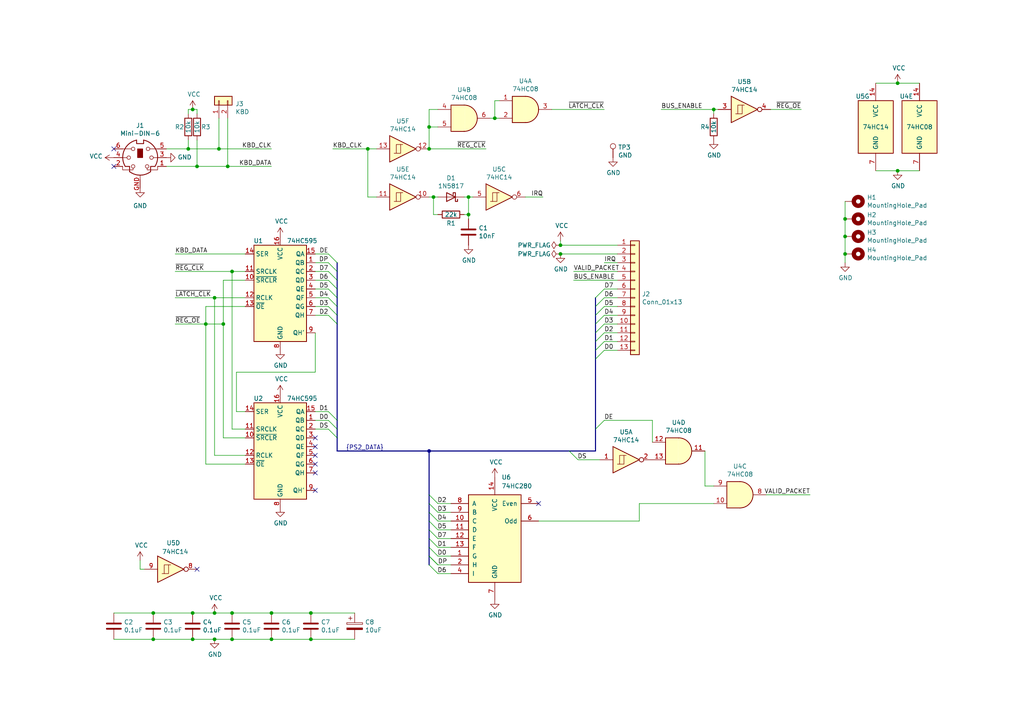
<source format=kicad_sch>
(kicad_sch (version 20230121) (generator eeschema)
  (paper "A4")
  (title_block (title "PS/2 Interface") (date "2023-06-21") (rev "1.2") (comment 2 "https://github.com/adrienkohlbecker/ps2_interface") (comment 3 "Licensed under CERN-OHL-W v2") (comment 4 "Copyright © Adrien Kohlbecker"))
  (lib_symbols
    (symbol "74xx:74HC14" (pin_names (offset 1.016))
      (property "Reference" "U" (at 0 1.27 0))
      (property "Value" "74HC14" (at 0 -1.27 0))
      (symbol "74HC14_1_0"
        (polyline (pts (xy -3.81 3.81) (xy -3.81 -3.81) (xy 3.81 0) (xy -3.81 3.81)) (stroke (width 0.254)) (fill (type background)))
        (pin input line (at -7.62 0 0) (length 3.81) (name "~") (number "1"))
        (pin output inverted (at 7.62 0 180) (length 3.81) (name "~") (number "2"))
      )
      (symbol "74HC14_1_1"
        (polyline (pts (xy -1.905 -1.27) (xy -1.905 1.27) (xy -0.635 1.27)))
        (polyline (pts (xy -2.54 -1.27) (xy -0.635 -1.27) (xy -0.635 1.27) (xy 0 1.27)))
      )
      (symbol "74HC14_2_0"
        (polyline (pts (xy -3.81 3.81) (xy -3.81 -3.81) (xy 3.81 0) (xy -3.81 3.81)) (stroke (width 0.254)) (fill (type background)))
        (pin input line (at -7.62 0 0) (length 3.81) (name "~") (number "3"))
        (pin output inverted (at 7.62 0 180) (length 3.81) (name "~") (number "4"))
      )
      (symbol "74HC14_2_1"
        (polyline (pts (xy -1.905 -1.27) (xy -1.905 1.27) (xy -0.635 1.27)))
        (polyline (pts (xy -2.54 -1.27) (xy -0.635 -1.27) (xy -0.635 1.27) (xy 0 1.27)))
      )
      (symbol "74HC14_3_0"
        (polyline (pts (xy -3.81 3.81) (xy -3.81 -3.81) (xy 3.81 0) (xy -3.81 3.81)) (stroke (width 0.254)) (fill (type background)))
        (pin input line (at -7.62 0 0) (length 3.81) (name "~") (number "5"))
        (pin output inverted (at 7.62 0 180) (length 3.81) (name "~") (number "6"))
      )
      (symbol "74HC14_3_1"
        (polyline (pts (xy -1.905 -1.27) (xy -1.905 1.27) (xy -0.635 1.27)))
        (polyline (pts (xy -2.54 -1.27) (xy -0.635 -1.27) (xy -0.635 1.27) (xy 0 1.27)))
      )
      (symbol "74HC14_4_0"
        (polyline (pts (xy -3.81 3.81) (xy -3.81 -3.81) (xy 3.81 0) (xy -3.81 3.81)) (stroke (width 0.254)) (fill (type background)))
        (pin output inverted (at 7.62 0 180) (length 3.81) (name "~") (number "8"))
        (pin input line (at -7.62 0 0) (length 3.81) (name "~") (number "9"))
      )
      (symbol "74HC14_4_1"
        (polyline (pts (xy -1.905 -1.27) (xy -1.905 1.27) (xy -0.635 1.27)))
        (polyline (pts (xy -2.54 -1.27) (xy -0.635 -1.27) (xy -0.635 1.27) (xy 0 1.27)))
      )
      (symbol "74HC14_5_0"
        (polyline (pts (xy -3.81 3.81) (xy -3.81 -3.81) (xy 3.81 0) (xy -3.81 3.81)) (stroke (width 0.254)) (fill (type background)))
        (pin output inverted (at 7.62 0 180) (length 3.81) (name "~") (number "10"))
        (pin input line (at -7.62 0 0) (length 3.81) (name "~") (number "11"))
      )
      (symbol "74HC14_5_1"
        (polyline (pts (xy -1.905 -1.27) (xy -1.905 1.27) (xy -0.635 1.27)))
        (polyline (pts (xy -2.54 -1.27) (xy -0.635 -1.27) (xy -0.635 1.27) (xy 0 1.27)))
      )
      (symbol "74HC14_6_0"
        (polyline (pts (xy -3.81 3.81) (xy -3.81 -3.81) (xy 3.81 0) (xy -3.81 3.81)) (stroke (width 0.254)) (fill (type background)))
        (pin output inverted (at 7.62 0 180) (length 3.81) (name "~") (number "12"))
        (pin input line (at -7.62 0 0) (length 3.81) (name "~") (number "13"))
      )
      (symbol "74HC14_6_1"
        (polyline (pts (xy -1.905 -1.27) (xy -1.905 1.27) (xy -0.635 1.27)))
        (polyline (pts (xy -2.54 -1.27) (xy -0.635 -1.27) (xy -0.635 1.27) (xy 0 1.27)))
      )
      (symbol "74HC14_7_0"
        (pin power_in line (at 0 12.7 270) (length 5.08) (name "VCC") (number "14"))
        (pin power_in line (at 0 -12.7 90) (length 5.08) (name "GND") (number "7"))
      )
      (symbol "74HC14_7_1"
        (rectangle (start -5.08 7.62) (end 5.08 -7.62) (stroke (width 0.254)) (fill (type background)))
      )
    )
    (symbol "74xx:74HC595"
      (property "Reference" "U" (at -7.62 13.97 0))
      (property "Value" "74HC595" (at -7.62 -16.51 0))
      (symbol "74HC595_1_0"
        (pin tri_state line (at 10.16 7.62 180) (length 2.54) (name "QB") (number "1"))
        (pin input line (at -10.16 2.54 0) (length 2.54) (name "~{SRCLR}") (number "10"))
        (pin input line (at -10.16 5.08 0) (length 2.54) (name "SRCLK") (number "11"))
        (pin input line (at -10.16 -2.54 0) (length 2.54) (name "RCLK") (number "12"))
        (pin input line (at -10.16 -5.08 0) (length 2.54) (name "~{OE}") (number "13"))
        (pin input line (at -10.16 10.16 0) (length 2.54) (name "SER") (number "14"))
        (pin tri_state line (at 10.16 10.16 180) (length 2.54) (name "QA") (number "15"))
        (pin power_in line (at 0 15.24 270) (length 2.54) (name "VCC") (number "16"))
        (pin tri_state line (at 10.16 5.08 180) (length 2.54) (name "QC") (number "2"))
        (pin tri_state line (at 10.16 2.54 180) (length 2.54) (name "QD") (number "3"))
        (pin tri_state line (at 10.16 0 180) (length 2.54) (name "QE") (number "4"))
        (pin tri_state line (at 10.16 -2.54 180) (length 2.54) (name "QF") (number "5"))
        (pin tri_state line (at 10.16 -5.08 180) (length 2.54) (name "QG") (number "6"))
        (pin tri_state line (at 10.16 -7.62 180) (length 2.54) (name "QH") (number "7"))
        (pin power_in line (at 0 -17.78 90) (length 2.54) (name "GND") (number "8"))
        (pin output line (at 10.16 -12.7 180) (length 2.54) (name "QH'") (number "9"))
      )
      (symbol "74HC595_1_1"
        (rectangle (start -7.62 12.7) (end 7.62 -15.24) (stroke (width 0.254)) (fill (type background)))
      )
    )
    (symbol "74xx:74LS08" (pin_names (offset 1.016))
      (property "Reference" "U" (at 0 1.27 0))
      (property "Value" "74LS08" (at 0 -1.27 0))
      (symbol "74LS08_1_1"
        (arc (start 0 -3.81) (mid 3.7934 0) (end 0 3.81) (stroke (width 0.254)) (fill (type background)))
        (polyline (pts (xy 0 3.81) (xy -3.81 3.81) (xy -3.81 -3.81) (xy 0 -3.81)) (stroke (width 0.254)) (fill (type background)))
        (pin input line (at -7.62 2.54 0) (length 3.81) (name "~") (number "1"))
        (pin input line (at -7.62 -2.54 0) (length 3.81) (name "~") (number "2"))
        (pin output line (at 7.62 0 180) (length 3.81) (name "~") (number "3"))
      )
      (symbol "74LS08_1_2"
        (arc (start -3.81 -3.81) (mid -2.589 0) (end -3.81 3.81) (stroke (width 0.254)))
        (arc (start -0.6096 -3.81) (mid 2.1842 -2.5851) (end 3.81 0) (stroke (width 0.254)) (fill (type background)))
        (polyline (pts (xy -3.81 -3.81) (xy -0.635 -3.81)) (stroke (width 0.254)) (fill (type background)))
        (polyline (pts (xy -3.81 3.81) (xy -0.635 3.81)) (stroke (width 0.254)) (fill (type background)))
        (polyline (pts (xy -0.635 3.81) (xy -3.81 3.81) (xy -3.81 3.81) (xy -3.556 3.4036) (xy -3.0226 2.2606) (xy -2.6924 1.0414) (xy -2.6162 -0.254) (xy -2.7686 -1.4986) (xy -3.175 -2.7178) (xy -3.81 -3.81) (xy -3.81 -3.81) (xy -0.635 -3.81)) (stroke (width -25.4)) (fill (type background)))
        (arc (start 3.81 0) (mid 2.1915 2.5936) (end -0.6096 3.81) (stroke (width 0.254)) (fill (type background)))
        (pin input inverted (at -7.62 2.54 0) (length 4.318) (name "~") (number "1"))
        (pin input inverted (at -7.62 -2.54 0) (length 4.318) (name "~") (number "2"))
        (pin output inverted (at 7.62 0 180) (length 3.81) (name "~") (number "3"))
      )
      (symbol "74LS08_2_1"
        (arc (start 0 -3.81) (mid 3.7934 0) (end 0 3.81) (stroke (width 0.254)) (fill (type background)))
        (polyline (pts (xy 0 3.81) (xy -3.81 3.81) (xy -3.81 -3.81) (xy 0 -3.81)) (stroke (width 0.254)) (fill (type background)))
        (pin input line (at -7.62 2.54 0) (length 3.81) (name "~") (number "4"))
        (pin input line (at -7.62 -2.54 0) (length 3.81) (name "~") (number "5"))
        (pin output line (at 7.62 0 180) (length 3.81) (name "~") (number "6"))
      )
      (symbol "74LS08_2_2"
        (arc (start -3.81 -3.81) (mid -2.589 0) (end -3.81 3.81) (stroke (width 0.254)))
        (arc (start -0.6096 -3.81) (mid 2.1842 -2.5851) (end 3.81 0) (stroke (width 0.254)) (fill (type background)))
        (polyline (pts (xy -3.81 -3.81) (xy -0.635 -3.81)) (stroke (width 0.254)) (fill (type background)))
        (polyline (pts (xy -3.81 3.81) (xy -0.635 3.81)) (stroke (width 0.254)) (fill (type background)))
        (polyline (pts (xy -0.635 3.81) (xy -3.81 3.81) (xy -3.81 3.81) (xy -3.556 3.4036) (xy -3.0226 2.2606) (xy -2.6924 1.0414) (xy -2.6162 -0.254) (xy -2.7686 -1.4986) (xy -3.175 -2.7178) (xy -3.81 -3.81) (xy -3.81 -3.81) (xy -0.635 -3.81)) (stroke (width -25.4)) (fill (type background)))
        (arc (start 3.81 0) (mid 2.1915 2.5936) (end -0.6096 3.81) (stroke (width 0.254)) (fill (type background)))
        (pin input inverted (at -7.62 2.54 0) (length 4.318) (name "~") (number "4"))
        (pin input inverted (at -7.62 -2.54 0) (length 4.318) (name "~") (number "5"))
        (pin output inverted (at 7.62 0 180) (length 3.81) (name "~") (number "6"))
      )
      (symbol "74LS08_3_1"
        (arc (start 0 -3.81) (mid 3.7934 0) (end 0 3.81) (stroke (width 0.254)) (fill (type background)))
        (polyline (pts (xy 0 3.81) (xy -3.81 3.81) (xy -3.81 -3.81) (xy 0 -3.81)) (stroke (width 0.254)) (fill (type background)))
        (pin input line (at -7.62 -2.54 0) (length 3.81) (name "~") (number "10"))
        (pin output line (at 7.62 0 180) (length 3.81) (name "~") (number "8"))
        (pin input line (at -7.62 2.54 0) (length 3.81) (name "~") (number "9"))
      )
      (symbol "74LS08_3_2"
        (arc (start -3.81 -3.81) (mid -2.589 0) (end -3.81 3.81) (stroke (width 0.254)))
        (arc (start -0.6096 -3.81) (mid 2.1842 -2.5851) (end 3.81 0) (stroke (width 0.254)) (fill (type background)))
        (polyline (pts (xy -3.81 -3.81) (xy -0.635 -3.81)) (stroke (width 0.254)) (fill (type background)))
        (polyline (pts (xy -3.81 3.81) (xy -0.635 3.81)) (stroke (width 0.254)) (fill (type background)))
        (polyline (pts (xy -0.635 3.81) (xy -3.81 3.81) (xy -3.81 3.81) (xy -3.556 3.4036) (xy -3.0226 2.2606) (xy -2.6924 1.0414) (xy -2.6162 -0.254) (xy -2.7686 -1.4986) (xy -3.175 -2.7178) (xy -3.81 -3.81) (xy -3.81 -3.81) (xy -0.635 -3.81)) (stroke (width -25.4)) (fill (type background)))
        (arc (start 3.81 0) (mid 2.1915 2.5936) (end -0.6096 3.81) (stroke (width 0.254)) (fill (type background)))
        (pin input inverted (at -7.62 -2.54 0) (length 4.318) (name "~") (number "10"))
        (pin output inverted (at 7.62 0 180) (length 3.81) (name "~") (number "8"))
        (pin input inverted (at -7.62 2.54 0) (length 4.318) (name "~") (number "9"))
      )
      (symbol "74LS08_4_1"
        (arc (start 0 -3.81) (mid 3.7934 0) (end 0 3.81) (stroke (width 0.254)) (fill (type background)))
        (polyline (pts (xy 0 3.81) (xy -3.81 3.81) (xy -3.81 -3.81) (xy 0 -3.81)) (stroke (width 0.254)) (fill (type background)))
        (pin output line (at 7.62 0 180) (length 3.81) (name "~") (number "11"))
        (pin input line (at -7.62 2.54 0) (length 3.81) (name "~") (number "12"))
        (pin input line (at -7.62 -2.54 0) (length 3.81) (name "~") (number "13"))
      )
      (symbol "74LS08_4_2"
        (arc (start -3.81 -3.81) (mid -2.589 0) (end -3.81 3.81) (stroke (width 0.254)))
        (arc (start -0.6096 -3.81) (mid 2.1842 -2.5851) (end 3.81 0) (stroke (width 0.254)) (fill (type background)))
        (polyline (pts (xy -3.81 -3.81) (xy -0.635 -3.81)) (stroke (width 0.254)) (fill (type background)))
        (polyline (pts (xy -3.81 3.81) (xy -0.635 3.81)) (stroke (width 0.254)) (fill (type background)))
        (polyline (pts (xy -0.635 3.81) (xy -3.81 3.81) (xy -3.81 3.81) (xy -3.556 3.4036) (xy -3.0226 2.2606) (xy -2.6924 1.0414) (xy -2.6162 -0.254) (xy -2.7686 -1.4986) (xy -3.175 -2.7178) (xy -3.81 -3.81) (xy -3.81 -3.81) (xy -0.635 -3.81)) (stroke (width -25.4)) (fill (type background)))
        (arc (start 3.81 0) (mid 2.1915 2.5936) (end -0.6096 3.81) (stroke (width 0.254)) (fill (type background)))
        (pin output inverted (at 7.62 0 180) (length 3.81) (name "~") (number "11"))
        (pin input inverted (at -7.62 2.54 0) (length 4.318) (name "~") (number "12"))
        (pin input inverted (at -7.62 -2.54 0) (length 4.318) (name "~") (number "13"))
      )
      (symbol "74LS08_5_0"
        (pin power_in line (at 0 12.7 270) (length 5.08) (name "VCC") (number "14"))
        (pin power_in line (at 0 -12.7 90) (length 5.08) (name "GND") (number "7"))
      )
      (symbol "74LS08_5_1"
        (rectangle (start -5.08 7.62) (end 5.08 -7.62) (stroke (width 0.254)) (fill (type background)))
      )
    )
    (symbol "74xx:74LS280" (pin_names (offset 1.016))
      (property "Reference" "U" (at -7.62 13.97 0))
      (property "Value" "74LS280" (at -7.62 -13.97 0))
      (symbol "74LS280_1_0"
        (pin input line (at -12.7 -5.08 0) (length 5.08) (name "G") (number "1"))
        (pin input line (at -12.7 5.08 0) (length 5.08) (name "C") (number "10"))
        (pin input line (at -12.7 2.54 0) (length 5.08) (name "D") (number "11"))
        (pin input line (at -12.7 0 0) (length 5.08) (name "E") (number "12"))
        (pin input line (at -12.7 -2.54 0) (length 5.08) (name "F") (number "13"))
        (pin power_in line (at 0 17.78 270) (length 5.08) (name "VCC") (number "14"))
        (pin input line (at -12.7 -7.62 0) (length 5.08) (name "H") (number "2"))
        (pin input line (at -12.7 -10.16 0) (length 5.08) (name "I") (number "4"))
        (pin output line (at 12.7 10.16 180) (length 5.08) (name "Even") (number "5"))
        (pin output line (at 12.7 5.08 180) (length 5.08) (name "Odd") (number "6"))
        (pin power_in line (at 0 -17.78 90) (length 5.08) (name "GND") (number "7"))
        (pin input line (at -12.7 10.16 0) (length 5.08) (name "A") (number "8"))
        (pin input line (at -12.7 7.62 0) (length 5.08) (name "B") (number "9"))
      )
      (symbol "74LS280_1_1"
        (rectangle (start -7.62 12.7) (end 7.62 -12.7) (stroke (width 0.254)) (fill (type background)))
        (pin no_connect line (at 7.62 0 180) (length 2.54) hide (name "NC") (number "3"))
      )
    )
    (symbol "AK's_Library:Mini-DIN-6" (pin_names (offset 1.016))
      (property "Reference" "J" (at 0 6.35 0))
      (property "Value" "Mini-DIN-6" (at 6.35 -6.35 0))
      (symbol "Mini-DIN-6_0_1"
        (circle (center -3.302 0) (radius 0.508))
        (arc (start -3.048 -4.064) (mid 0 -5.08) (end 3.048 -4.064) (stroke (width 0.254)))
        (circle (center -2.032 -2.54) (radius 0.508))
        (circle (center -2.032 2.54) (radius 0.508))
        (arc (start -1.016 5.08) (mid -4.6228 2.1214) (end -4.318 -2.54) (stroke (width 0.254)))
        (rectangle (start -0.762 2.54) (end 0.762 0) (fill (type outline)))
        (polyline (pts (xy -3.81 0) (xy -5.08 0)))
        (polyline (pts (xy -2.54 2.54) (xy -5.08 2.54)))
        (polyline (pts (xy 2.794 2.54) (xy 5.08 2.54)))
        (polyline (pts (xy 5.08 0) (xy 3.81 0)))
        (polyline (pts (xy -4.318 -2.54) (xy -3.048 -2.54) (xy -3.048 -4.064)) (stroke (width 0.254)))
        (polyline (pts (xy 4.318 -2.54) (xy 3.048 -2.54) (xy 3.048 -4.064)) (stroke (width 0.254)))
        (polyline (pts (xy -2.032 -3.048) (xy -2.032 -3.556) (xy -5.08 -3.556) (xy -5.08 -2.54)))
        (polyline (pts (xy -1.016 5.08) (xy -1.016 4.064) (xy 1.016 4.064) (xy 1.016 5.08)) (stroke (width 0.254)))
        (polyline (pts (xy 2.032 -3.048) (xy 2.032 -3.556) (xy 5.08 -3.556) (xy 5.08 -2.54)))
        (circle (center 2.032 -2.54) (radius 0.508))
        (circle (center 2.286 2.54) (radius 0.508))
        (circle (center 3.302 0) (radius 0.508))
        (arc (start 4.318 -2.54) (mid 4.6661 2.1322) (end 1.016 5.08) (stroke (width 0.254)))
      )
      (symbol "Mini-DIN-6_1_0"
        (pin input line (at 0 -8.89 90) (length 2.54) (name "~") (number "GND"))
      )
      (symbol "Mini-DIN-6_1_1"
        (polyline (pts (xy 0 -6.35) (xy 0 -5.08)))
        (pin passive line (at 7.62 -2.54 180) (length 2.54) (name "~") (number "1"))
        (pin passive line (at -7.62 -2.54 0) (length 2.54) (name "~") (number "2"))
        (pin passive line (at 7.62 0 180) (length 2.54) (name "~") (number "3"))
        (pin passive line (at -7.62 0 0) (length 2.54) (name "~") (number "4"))
        (pin passive line (at 7.62 2.54 180) (length 2.54) (name "~") (number "5"))
        (pin passive line (at -7.62 2.54 0) (length 2.54) (name "~") (number "6"))
      )
    )
    (symbol "Connector:TestPoint" (pin_numbers hide) (pin_names (offset 0.762) hide)
      (property "Reference" "TP" (at 0 6.858 0))
      (property "Value" "TestPoint" (at 0 5.08 0))
      (symbol "TestPoint_0_1"
        (circle (center 0 3.302) (radius 0.762))
      )
      (symbol "TestPoint_1_1"
        (pin passive line (at 0 0 90) (length 2.54) (name "1") (number "1"))
      )
    )
    (symbol "Connector_Generic:Conn_01x02" (pin_names (offset 1.016) hide)
      (property "Reference" "J" (at 0 2.54 0))
      (property "Value" "Conn_01x02" (at 0 -5.08 0))
      (symbol "Conn_01x02_1_1"
        (rectangle (start -1.27 -2.413) (end 0 -2.667) (stroke (width 0.1524)))
        (rectangle (start -1.27 0.127) (end 0 -0.127) (stroke (width 0.1524)))
        (rectangle (start -1.27 1.27) (end 1.27 -3.81) (stroke (width 0.254)) (fill (type background)))
        (pin passive line (at -5.08 0 0) (length 3.81) (name "Pin_1") (number "1"))
        (pin passive line (at -5.08 -2.54 0) (length 3.81) (name "Pin_2") (number "2"))
      )
    )
    (symbol "Connector_Generic:Conn_01x13" (pin_names (offset 1.016) hide)
      (property "Reference" "J" (at 0 17.78 0))
      (property "Value" "Conn_01x13" (at 0 -17.78 0))
      (symbol "Conn_01x13_1_1"
        (rectangle (start -1.27 -15.113) (end 0 -15.367) (stroke (width 0.1524)))
        (rectangle (start -1.27 -12.573) (end 0 -12.827) (stroke (width 0.1524)))
        (rectangle (start -1.27 -10.033) (end 0 -10.287) (stroke (width 0.1524)))
        (rectangle (start -1.27 -7.493) (end 0 -7.747) (stroke (width 0.1524)))
        (rectangle (start -1.27 -4.953) (end 0 -5.207) (stroke (width 0.1524)))
        (rectangle (start -1.27 -2.413) (end 0 -2.667) (stroke (width 0.1524)))
        (rectangle (start -1.27 0.127) (end 0 -0.127) (stroke (width 0.1524)))
        (rectangle (start -1.27 2.667) (end 0 2.413) (stroke (width 0.1524)))
        (rectangle (start -1.27 5.207) (end 0 4.953) (stroke (width 0.1524)))
        (rectangle (start -1.27 7.747) (end 0 7.493) (stroke (width 0.1524)))
        (rectangle (start -1.27 10.287) (end 0 10.033) (stroke (width 0.1524)))
        (rectangle (start -1.27 12.827) (end 0 12.573) (stroke (width 0.1524)))
        (rectangle (start -1.27 15.367) (end 0 15.113) (stroke (width 0.1524)))
        (rectangle (start -1.27 16.51) (end 1.27 -16.51) (stroke (width 0.254)) (fill (type background)))
        (pin passive line (at -5.08 15.24 0) (length 3.81) (name "Pin_1") (number "1"))
        (pin passive line (at -5.08 -7.62 0) (length 3.81) (name "Pin_10") (number "10"))
        (pin passive line (at -5.08 -10.16 0) (length 3.81) (name "Pin_11") (number "11"))
        (pin passive line (at -5.08 -12.7 0) (length 3.81) (name "Pin_12") (number "12"))
        (pin passive line (at -5.08 -15.24 0) (length 3.81) (name "Pin_13") (number "13"))
        (pin passive line (at -5.08 12.7 0) (length 3.81) (name "Pin_2") (number "2"))
        (pin passive line (at -5.08 10.16 0) (length 3.81) (name "Pin_3") (number "3"))
        (pin passive line (at -5.08 7.62 0) (length 3.81) (name "Pin_4") (number "4"))
        (pin passive line (at -5.08 5.08 0) (length 3.81) (name "Pin_5") (number "5"))
        (pin passive line (at -5.08 2.54 0) (length 3.81) (name "Pin_6") (number "6"))
        (pin passive line (at -5.08 0 0) (length 3.81) (name "Pin_7") (number "7"))
        (pin passive line (at -5.08 -2.54 0) (length 3.81) (name "Pin_8") (number "8"))
        (pin passive line (at -5.08 -5.08 0) (length 3.81) (name "Pin_9") (number "9"))
      )
    )
    (symbol "Device:C" (pin_numbers hide) (pin_names (offset 0.254))
      (property "Reference" "C" (at 0.635 2.54 0))
      (property "Value" "C" (at 0.635 -2.54 0))
      (symbol "C_0_1"
        (polyline (pts (xy -2.032 -0.762) (xy 2.032 -0.762)) (stroke (width 0.508)))
        (polyline (pts (xy -2.032 0.762) (xy 2.032 0.762)) (stroke (width 0.508)))
      )
      (symbol "C_1_1"
        (pin passive line (at 0 3.81 270) (length 2.794) (name "~") (number "1"))
        (pin passive line (at 0 -3.81 90) (length 2.794) (name "~") (number "2"))
      )
    )
    (symbol "Device:C_Polarized" (pin_numbers hide) (pin_names (offset 0.254))
      (property "Reference" "C" (at 0.635 2.54 0))
      (property "Value" "C_Polarized" (at 0.635 -2.54 0))
      (symbol "C_Polarized_0_1"
        (rectangle (start -2.286 0.508) (end 2.286 1.016))
        (polyline (pts (xy -1.778 2.286) (xy -0.762 2.286)))
        (polyline (pts (xy -1.27 2.794) (xy -1.27 1.778)))
        (rectangle (start 2.286 -0.508) (end -2.286 -1.016) (fill (type outline)))
      )
      (symbol "C_Polarized_1_1"
        (pin passive line (at 0 3.81 270) (length 2.794) (name "~") (number "1"))
        (pin passive line (at 0 -3.81 90) (length 2.794) (name "~") (number "2"))
      )
    )
    (symbol "Device:R" (pin_numbers hide) (pin_names (offset 0))
      (property "Reference" "R" (at 2.032 0 90))
      (property "Value" "R" (at 0 0 90))
      (symbol "R_0_1"
        (rectangle (start -1.016 -2.54) (end 1.016 2.54) (stroke (width 0.254)))
      )
      (symbol "R_1_1"
        (pin passive line (at 0 3.81 270) (length 1.27) (name "~") (number "1"))
        (pin passive line (at 0 -3.81 90) (length 1.27) (name "~") (number "2"))
      )
    )
    (symbol "Diode:1N5817" (pin_numbers hide) (pin_names (offset 1.016) hide)
      (property "Reference" "D" (at 0 2.54 0))
      (property "Value" "1N5817" (at 0 -2.54 0))
      (symbol "1N5817_0_1"
        (polyline (pts (xy 1.27 0) (xy -1.27 0)))
        (polyline (pts (xy 1.27 1.27) (xy 1.27 -1.27) (xy -1.27 0) (xy 1.27 1.27)) (stroke (width 0.254)))
        (polyline (pts (xy -1.905 0.635) (xy -1.905 1.27) (xy -1.27 1.27) (xy -1.27 -1.27) (xy -0.635 -1.27) (xy -0.635 -0.635)) (stroke (width 0.254)))
      )
      (symbol "1N5817_1_1"
        (pin passive line (at -3.81 0 0) (length 2.54) (name "K") (number "1"))
        (pin passive line (at 3.81 0 180) (length 2.54) (name "A") (number "2"))
      )
    )
    (symbol "Mechanical:MountingHole_Pad" (pin_numbers hide) (pin_names (offset 1.016) hide)
      (property "Reference" "H" (at 0 6.35 0))
      (property "Value" "MountingHole_Pad" (at 0 4.445 0))
      (symbol "MountingHole_Pad_0_1"
        (circle (center 0 1.27) (radius 1.27) (stroke (width 1.27)))
      )
      (symbol "MountingHole_Pad_1_1"
        (pin input line (at 0 -2.54 90) (length 2.54) (name "1") (number "1"))
      )
    )
    (symbol "power:GND" (power) (pin_names (offset 0))
      (property "Value" "GND" (at 0 -3.81 0))
      (symbol "GND_0_1"
        (polyline (pts (xy 0 0) (xy 0 -1.27) (xy 1.27 -1.27) (xy 0 -2.54) (xy -1.27 -1.27) (xy 0 -1.27)))
      )
      (symbol "GND_1_1"
        (pin power_in line (at 0 0 270) (length 0) hide (name "GND") (number "1"))
      )
    )
    (symbol "power:PWR_FLAG" (power) (pin_numbers hide) (pin_names (offset 0) hide)
      (property "Value" "PWR_FLAG" (at 0 3.81 0))
      (symbol "PWR_FLAG_0_0"
        (pin power_out line (at 0 0 90) (length 0) (name "pwr") (number "1"))
      )
      (symbol "PWR_FLAG_0_1"
        (polyline (pts (xy 0 0) (xy 0 1.27) (xy -1.016 1.905) (xy 0 2.54) (xy 1.016 1.905) (xy 0 1.27)))
      )
    )
    (symbol "power:VCC" (power) (pin_names (offset 0))
      (property "Value" "VCC" (at 0 3.81 0))
      (symbol "VCC_0_1"
        (polyline (pts (xy -0.762 1.27) (xy 0 2.54)))
        (polyline (pts (xy 0 0) (xy 0 2.54)))
        (polyline (pts (xy 0 2.54) (xy 0.762 1.27)))
      )
      (symbol "VCC_1_1"
        (pin power_in line (at 0 0 90) (length 0) hide (name "VCC") (number "1"))
      )
    )
  )
  (bus_alias "PS2_DATA" (members "D[0..7]" "DS" "DE" "DP"))
  (junction (at 106.68 43.18))
  (junction (at 54.61 43.18))
  (junction (at 62.23 86.36))
  (junction (at 260.35 24.13))
  (junction (at 44.45 177.8))
  (junction (at 135.89 62.23))
  (junction (at 245.11 68.58))
  (junction (at 55.88 185.42))
  (junction (at 90.17 185.42))
  (junction (at 260.35 49.53))
  (junction (at 57.15 48.26))
  (junction (at 78.74 185.42))
  (junction (at 64.77 93.98))
  (junction (at 78.74 177.8))
  (junction (at 143.51 34.29))
  (junction (at 125.73 57.15))
  (junction (at 162.56 71.12))
  (junction (at 245.11 63.5))
  (junction (at 59.69 93.98))
  (junction (at 55.88 31.75))
  (junction (at 55.88 177.8))
  (junction (at 207.01 31.75))
  (junction (at 124.46 36.83))
  (junction (at 62.23 185.42))
  (junction (at 90.17 177.8))
  (junction (at 245.11 73.66))
  (junction (at 66.04 48.26))
  (junction (at 62.23 177.8))
  (junction (at 67.31 177.8))
  (junction (at 67.31 78.74))
  (junction (at 67.31 185.42))
  (junction (at 44.45 185.42))
  (junction (at 135.89 57.15))
  (junction (at 124.46 43.18))
  (junction (at 63.5 43.18))
  (junction (at 124.46 130.81))
  (junction (at 162.56 73.66))
  (no_connect (at 91.44 132.08))
  (no_connect (at 156.21 146.05))
  (no_connect (at 57.15 165.1))
  (no_connect (at 91.44 134.62))
  (no_connect (at 33.02 43.18))
  (no_connect (at 91.44 137.16))
  (no_connect (at 33.02 48.26))
  (no_connect (at 91.44 127))
  (no_connect (at 91.44 142.24))
  (no_connect (at 91.44 129.54))
  (bus_entry (at 172.72 93.98) (size 2.54 -2.54))
  (bus_entry (at 172.72 104.14) (size 2.54 -2.54))
  (bus_entry (at 95.25 81.28) (size 2.54 2.54))
  (bus_entry (at 95.25 88.9) (size 2.54 2.54))
  (bus_entry (at 127 148.59) (size -2.54 -2.54))
  (bus_entry (at 95.25 86.36) (size 2.54 2.54))
  (bus_entry (at 95.25 76.2) (size 2.54 2.54))
  (bus_entry (at 95.25 83.82) (size 2.54 2.54))
  (bus_entry (at 124.46 161.29) (size 2.54 2.54))
  (bus_entry (at 127 153.67) (size -2.54 -2.54))
  (bus_entry (at 127 151.13) (size -2.54 -2.54))
  (bus_entry (at 127 156.21) (size -2.54 -2.54))
  (bus_entry (at 95.25 124.46) (size 2.54 2.54))
  (bus_entry (at 124.46 163.83) (size 2.54 2.54))
  (bus_entry (at 127 163.83) (size -2.54 -2.54))
  (bus_entry (at 172.72 124.46) (size 2.54 -2.54))
  (bus_entry (at 172.72 91.44) (size 2.54 -2.54))
  (bus_entry (at 167.64 133.35) (size -2.54 -2.54))
  (bus_entry (at 127 158.75) (size -2.54 -2.54))
  (bus_entry (at 127 146.05) (size -2.54 -2.54))
  (bus_entry (at 95.25 73.66) (size 2.54 2.54))
  (bus_entry (at 172.72 88.9) (size 2.54 -2.54))
  (bus_entry (at 95.25 78.74) (size 2.54 2.54))
  (bus_entry (at 172.72 96.52) (size 2.54 -2.54))
  (bus_entry (at 172.72 99.06) (size 2.54 -2.54))
  (bus_entry (at 172.72 101.6) (size 2.54 -2.54))
  (bus_entry (at 127 161.29) (size -2.54 -2.54))
  (bus_entry (at 95.25 91.44) (size 2.54 2.54))
  (bus_entry (at 95.25 119.38) (size 2.54 2.54))
  (bus_entry (at 95.25 121.92) (size 2.54 2.54))
  (bus_entry (at 172.72 86.36) (size 2.54 -2.54))
  (wire (pts (xy 57.15 31.75) (xy 57.15 33.02)))
  (wire (pts (xy 166.37 78.74) (xy 179.07 78.74)))
  (wire (pts (xy 144.78 34.29) (xy 143.51 34.29)))
  (wire (pts (xy 175.26 99.06) (xy 179.07 99.06)))
  (wire (pts (xy 245.11 68.58) (xy 245.11 73.66)))
  (wire (pts (xy 175.26 91.44) (xy 179.07 91.44)))
  (wire (pts (xy 90.17 185.42) (xy 78.74 185.42)))
  (wire (pts (xy 68.58 107.95) (xy 68.58 119.38)))
  (bus (pts (xy 124.46 143.51) (xy 124.46 146.05)))
  (wire (pts (xy 130.81 148.59) (xy 127 148.59)))
  (wire (pts (xy 59.69 93.98) (xy 59.69 134.62)))
  (wire (pts (xy 260.35 24.13) (xy 266.7 24.13)))
  (wire (pts (xy 175.26 88.9) (xy 179.07 88.9)))
  (wire (pts (xy 127 31.75) (xy 124.46 31.75)))
  (bus (pts (xy 172.72 104.14) (xy 172.72 124.46)))
  (wire (pts (xy 78.74 185.42) (xy 67.31 185.42)))
  (wire (pts (xy 167.64 133.35) (xy 173.99 133.35)))
  (wire (pts (xy 71.12 86.36) (xy 62.23 86.36)))
  (bus (pts (xy 124.46 156.21) (xy 124.46 158.75)))
  (wire (pts (xy 59.69 134.62) (xy 71.12 134.62)))
  (wire (pts (xy 91.44 121.92) (xy 95.25 121.92)))
  (bus (pts (xy 97.79 93.98) (xy 97.79 121.92)))
  (wire (pts (xy 185.42 151.13) (xy 185.42 146.05)))
  (wire (pts (xy 78.74 177.8) (xy 90.17 177.8)))
  (wire (pts (xy 143.51 34.29) (xy 142.24 34.29)))
  (bus (pts (xy 124.46 153.67) (xy 124.46 156.21)))
  (wire (pts (xy 204.47 140.97) (xy 204.47 130.81)))
  (wire (pts (xy 33.02 177.8) (xy 44.45 177.8)))
  (wire (pts (xy 127 166.37) (xy 130.81 166.37)))
  (wire (pts (xy 55.88 185.42) (xy 44.45 185.42)))
  (wire (pts (xy 57.15 48.26) (xy 66.04 48.26)))
  (bus (pts (xy 97.79 86.36) (xy 97.79 88.9)))
  (wire (pts (xy 175.26 76.2) (xy 179.07 76.2)))
  (wire (pts (xy 124.46 43.18) (xy 124.46 36.83)))
  (wire (pts (xy 191.77 31.75) (xy 207.01 31.75)))
  (wire (pts (xy 175.26 96.52) (xy 179.07 96.52)))
  (wire (pts (xy 124.46 31.75) (xy 124.46 36.83)))
  (wire (pts (xy 64.77 127) (xy 71.12 127)))
  (wire (pts (xy 175.26 93.98) (xy 179.07 93.98)))
  (bus (pts (xy 165.1 130.81) (xy 172.72 130.81)))
  (wire (pts (xy 71.12 88.9) (xy 59.69 88.9)))
  (bus (pts (xy 172.72 101.6) (xy 172.72 104.14)))
  (wire (pts (xy 91.44 76.2) (xy 95.25 76.2)))
  (wire (pts (xy 50.8 78.74) (xy 67.31 78.74)))
  (wire (pts (xy 245.11 63.5) (xy 245.11 68.58)))
  (wire (pts (xy 175.26 121.92) (xy 189.23 121.92)))
  (wire (pts (xy 71.12 78.74) (xy 67.31 78.74)))
  (bus (pts (xy 124.46 151.13) (xy 124.46 153.67)))
  (wire (pts (xy 91.44 88.9) (xy 95.25 88.9)))
  (bus (pts (xy 97.79 88.9) (xy 97.79 91.44)))
  (bus (pts (xy 97.79 91.44) (xy 97.79 93.98)))
  (wire (pts (xy 63.5 43.18) (xy 78.74 43.18)))
  (bus (pts (xy 172.72 96.52) (xy 172.72 99.06)))
  (bus (pts (xy 172.72 86.36) (xy 172.72 88.9)))
  (wire (pts (xy 40.64 162.56) (xy 40.64 165.1)))
  (wire (pts (xy 175.26 86.36) (xy 179.07 86.36)))
  (bus (pts (xy 124.46 161.29) (xy 124.46 163.83)))
  (wire (pts (xy 130.81 153.67) (xy 127 153.67)))
  (wire (pts (xy 207.01 140.97) (xy 204.47 140.97)))
  (wire (pts (xy 245.11 73.66) (xy 245.11 76.2)))
  (wire (pts (xy 160.02 31.75) (xy 175.26 31.75)))
  (wire (pts (xy 57.15 48.26) (xy 57.15 40.64)))
  (wire (pts (xy 63.5 34.29) (xy 63.5 43.18)))
  (wire (pts (xy 67.31 124.46) (xy 71.12 124.46)))
  (wire (pts (xy 134.62 57.15) (xy 135.89 57.15)))
  (wire (pts (xy 91.44 86.36) (xy 95.25 86.36)))
  (bus (pts (xy 124.46 130.81) (xy 124.46 143.51)))
  (wire (pts (xy 91.44 91.44) (xy 95.25 91.44)))
  (wire (pts (xy 266.7 49.53) (xy 260.35 49.53)))
  (wire (pts (xy 54.61 43.18) (xy 54.61 40.64)))
  (wire (pts (xy 50.8 86.36) (xy 62.23 86.36)))
  (bus (pts (xy 97.79 130.81) (xy 124.46 130.81)))
  (wire (pts (xy 48.26 48.26) (xy 57.15 48.26)))
  (wire (pts (xy 245.11 58.42) (xy 245.11 63.5)))
  (wire (pts (xy 106.68 57.15) (xy 109.22 57.15)))
  (wire (pts (xy 91.44 73.66) (xy 95.25 73.66)))
  (wire (pts (xy 68.58 119.38) (xy 71.12 119.38)))
  (wire (pts (xy 124.46 57.15) (xy 125.73 57.15)))
  (wire (pts (xy 135.89 57.15) (xy 137.16 57.15)))
  (bus (pts (xy 97.79 83.82) (xy 97.79 86.36)))
  (wire (pts (xy 59.69 88.9) (xy 59.69 93.98)))
  (wire (pts (xy 260.35 49.53) (xy 254 49.53)))
  (bus (pts (xy 172.72 99.06) (xy 172.72 101.6)))
  (wire (pts (xy 130.81 146.05) (xy 127 146.05)))
  (wire (pts (xy 134.62 62.23) (xy 135.89 62.23)))
  (wire (pts (xy 189.23 121.92) (xy 189.23 128.27)))
  (wire (pts (xy 59.69 93.98) (xy 64.77 93.98)))
  (wire (pts (xy 91.44 96.52) (xy 91.44 107.95)))
  (wire (pts (xy 232.41 31.75) (xy 223.52 31.75)))
  (wire (pts (xy 175.26 83.82) (xy 179.07 83.82)))
  (wire (pts (xy 54.61 43.18) (xy 63.5 43.18)))
  (wire (pts (xy 96.52 43.18) (xy 106.68 43.18)))
  (wire (pts (xy 54.61 33.02) (xy 54.61 31.75)))
  (bus (pts (xy 97.79 124.46) (xy 97.79 127)))
  (wire (pts (xy 67.31 78.74) (xy 67.31 124.46)))
  (wire (pts (xy 125.73 57.15) (xy 127 57.15)))
  (bus (pts (xy 124.46 148.59) (xy 124.46 151.13)))
  (wire (pts (xy 67.31 185.42) (xy 62.23 185.42)))
  (wire (pts (xy 44.45 185.42) (xy 33.02 185.42)))
  (wire (pts (xy 91.44 78.74) (xy 95.25 78.74)))
  (wire (pts (xy 67.31 177.8) (xy 78.74 177.8)))
  (bus (pts (xy 97.79 81.28) (xy 97.79 83.82)))
  (wire (pts (xy 162.56 71.12) (xy 162.56 69.85)))
  (wire (pts (xy 179.07 71.12) (xy 162.56 71.12)))
  (bus (pts (xy 172.72 93.98) (xy 172.72 96.52)))
  (bus (pts (xy 97.79 76.2) (xy 97.79 78.74)))
  (wire (pts (xy 62.23 86.36) (xy 62.23 132.08)))
  (wire (pts (xy 175.26 101.6) (xy 179.07 101.6)))
  (wire (pts (xy 157.48 57.15) (xy 152.4 57.15)))
  (wire (pts (xy 130.81 163.83) (xy 127 163.83)))
  (wire (pts (xy 106.68 43.18) (xy 109.22 43.18)))
  (wire (pts (xy 125.73 57.15) (xy 125.73 62.23)))
  (bus (pts (xy 97.79 78.74) (xy 97.79 81.28)))
  (bus (pts (xy 97.79 121.92) (xy 97.79 124.46)))
  (wire (pts (xy 234.95 143.51) (xy 222.25 143.51)))
  (wire (pts (xy 130.81 158.75) (xy 127 158.75)))
  (wire (pts (xy 130.81 161.29) (xy 127 161.29)))
  (wire (pts (xy 143.51 29.21) (xy 143.51 34.29)))
  (wire (pts (xy 91.44 124.46) (xy 95.25 124.46)))
  (wire (pts (xy 55.88 177.8) (xy 62.23 177.8)))
  (wire (pts (xy 162.56 73.66) (xy 179.07 73.66)))
  (wire (pts (xy 90.17 177.8) (xy 102.87 177.8)))
  (wire (pts (xy 50.8 93.98) (xy 59.69 93.98)))
  (wire (pts (xy 254 24.13) (xy 260.35 24.13)))
  (wire (pts (xy 44.45 177.8) (xy 55.88 177.8)))
  (wire (pts (xy 207.01 31.75) (xy 207.01 33.02)))
  (wire (pts (xy 143.51 29.21) (xy 144.78 29.21)))
  (wire (pts (xy 40.64 165.1) (xy 41.91 165.1)))
  (wire (pts (xy 48.26 43.18) (xy 54.61 43.18)))
  (wire (pts (xy 130.81 151.13) (xy 127 151.13)))
  (wire (pts (xy 156.21 151.13) (xy 185.42 151.13)))
  (wire (pts (xy 62.23 185.42) (xy 55.88 185.42)))
  (wire (pts (xy 62.23 177.8) (xy 67.31 177.8)))
  (wire (pts (xy 66.04 48.26) (xy 78.74 48.26)))
  (wire (pts (xy 62.23 132.08) (xy 71.12 132.08)))
  (wire (pts (xy 91.44 81.28) (xy 95.25 81.28)))
  (wire (pts (xy 54.61 31.75) (xy 55.88 31.75)))
  (wire (pts (xy 66.04 34.29) (xy 66.04 48.26)))
  (wire (pts (xy 64.77 81.28) (xy 64.77 93.98)))
  (wire (pts (xy 207.01 31.75) (xy 208.28 31.75)))
  (bus (pts (xy 124.46 130.81) (xy 165.1 130.81)))
  (bus (pts (xy 124.46 158.75) (xy 124.46 161.29)))
  (wire (pts (xy 185.42 146.05) (xy 207.01 146.05)))
  (wire (pts (xy 106.68 43.18) (xy 106.68 57.15)))
  (bus (pts (xy 124.46 146.05) (xy 124.46 148.59)))
  (wire (pts (xy 91.44 107.95) (xy 68.58 107.95)))
  (wire (pts (xy 124.46 36.83) (xy 127 36.83)))
  (wire (pts (xy 102.87 185.42) (xy 90.17 185.42)))
  (bus (pts (xy 97.79 127) (xy 97.79 130.81)))
  (wire (pts (xy 124.46 43.18) (xy 140.97 43.18)))
  (wire (pts (xy 130.81 156.21) (xy 127 156.21)))
  (wire (pts (xy 64.77 93.98) (xy 64.77 127)))
  (bus (pts (xy 172.72 124.46) (xy 172.72 130.81)))
  (wire (pts (xy 135.89 57.15) (xy 135.89 62.23)))
  (bus (pts (xy 172.72 88.9) (xy 172.72 91.44)))
  (wire (pts (xy 55.88 31.75) (xy 57.15 31.75)))
  (wire (pts (xy 50.8 73.66) (xy 71.12 73.66)))
  (wire (pts (xy 125.73 62.23) (xy 127 62.23)))
  (bus (pts (xy 172.72 91.44) (xy 172.72 93.98)))
  (wire (pts (xy 135.89 62.23) (xy 135.89 63.5)))
  (wire (pts (xy 91.44 83.82) (xy 95.25 83.82)))
  (wire (pts (xy 166.37 81.28) (xy 179.07 81.28)))
  (wire (pts (xy 91.44 119.38) (xy 95.25 119.38)))
  (wire (pts (xy 71.12 81.28) (xy 64.77 81.28)))
  (label "D7" (at 175.26 83.82 0))
  (label "~{REG_CLK}" (at 140.97 43.18 180))
  (label "D3" (at 175.26 93.98 0))
  (label "{PS2_DATA}" (at 100.33 130.81 0))
  (label "D3" (at 95.25 88.9 180))
  (label "DS" (at 170.18 133.35 180))
  (label "VALID_PACKET" (at 234.95 143.51 180))
  (label "D0" (at 175.26 101.6 0))
  (label "D5" (at 129.54 153.67 180))
  (label "BUS_ENABLE" (at 191.77 31.75 0))
  (label "D4" (at 175.26 91.44 0))
  (label "D2" (at 129.54 146.05 180))
  (label "DS" (at 95.25 124.46 180))
  (label "~{LATCH_CLK}" (at 50.8 86.36 0))
  (label "D6" (at 175.26 86.36 0))
  (label "KBD_CLK" (at 96.52 43.18 0))
  (label "KBD_DATA" (at 78.74 48.26 180))
  (label "D7" (at 129.54 156.21 180))
  (label "DP" (at 95.25 76.2 180))
  (label "D4" (at 95.25 86.36 180))
  (label "DE" (at 175.26 121.92 0))
  (label "D6" (at 95.25 81.28 180))
  (label "VALID_PACKET" (at 166.37 78.74 0))
  (label "D0" (at 129.54 161.29 180))
  (label "IRQ" (at 157.48 57.15 180))
  (label "~{LATCH_CLK}" (at 175.26 31.75 180))
  (label "KBD_DATA" (at 50.8 73.66 0))
  (label "D5" (at 95.25 83.82 180))
  (label "DE" (at 95.25 73.66 180))
  (label "DP" (at 127 163.83 0))
  (label "D6" (at 129.54 166.37 180))
  (label "D2" (at 175.26 96.52 0))
  (label "D1" (at 129.54 158.75 180))
  (label "KBD_CLK" (at 78.74 43.18 180))
  (label "D1" (at 175.26 99.06 0))
  (label "D0" (at 95.25 121.92 180))
  (label "D5" (at 175.26 88.9 0))
  (label "D4" (at 129.54 151.13 180))
  (label "D3" (at 129.54 148.59 180))
  (label "IRQ" (at 175.26 76.2 0))
  (label "BUS_ENABLE" (at 166.37 81.28 0))
  (label "D2" (at 95.25 91.44 180))
  (label "~{REG_CLK}" (at 50.8 78.74 0))
  (label "D1" (at 95.25 119.38 180))
  (label "~{REG_OE}" (at 232.41 31.75 180))
  (label "D7" (at 95.25 78.74 180))
  (label "~{REG_OE}" (at 50.8 93.98 0))
  (symbol (lib_id "AK's_Library:Mini-DIN-6") (at 40.64 45.72 0) (unit 1)
    (property "Reference" "J1" (at 40.64 36.3982 0))
    (property "Value" "Mini-DIN-6" (at 40.64 38.7096 0))
    (property "Footprint" "AK's_Footprints:PS2_mini_din_6" (effects hide))
    (property "Datasheet" "http://service.powerdynamics.com/ec/Catalog17/Section%2011.pdf" (effects hide))
  )
  (symbol (lib_id "power:GND") (at 48.26 45.72 90) (unit 1)
    (property "Reference" "#PWR02" (effects hide))
    (property "Value" "GND" (at 51.5112 45.593 90) (effects (justify right)))
  )
  (symbol (lib_id "power:VCC") (at 33.02 45.72 90) (unit 1)
    (property "Reference" "#PWR01" (effects hide))
    (property "Value" "VCC" (at 29.7942 45.339 90) (effects (justify left)))
  )
  (symbol (lib_id "74xx:74HC595") (at 81.28 83.82 0) (unit 1)
    (property "Reference" "U1" (at 74.93 69.85 0))
    (property "Value" "74HC595" (at 87.63 69.85 0))
    (property "Footprint" "Package_DIP:DIP-16_W7.62mm" (effects hide))
  )
  (symbol (lib_id "74xx:74HC595") (at 81.28 129.54 0) (unit 1)
    (property "Reference" "U2" (at 74.93 115.57 0))
    (property "Value" "74HC595" (at 87.63 115.57 0))
    (property "Footprint" "Package_DIP:DIP-16_W7.62mm" (effects hide))
  )
  (symbol (lib_id "power:VCC") (at 81.28 68.58 0) (unit 1)
    (property "Reference" "#PWR03" (effects hide))
    (property "Value" "VCC" (at 81.661 64.1858 0))
  )
  (symbol (lib_id "power:VCC") (at 81.28 114.3 0) (unit 1)
    (property "Reference" "#PWR05" (effects hide))
    (property "Value" "VCC" (at 81.661 109.9058 0))
  )
  (symbol (lib_id "power:GND") (at 81.28 101.6 0) (unit 1)
    (property "Reference" "#PWR04" (effects hide))
    (property "Value" "GND" (at 81.407 105.9942 0))
  )
  (symbol (lib_id "power:GND") (at 81.28 147.32 0) (unit 1)
    (property "Reference" "#PWR06" (effects hide))
    (property "Value" "GND" (at 81.407 151.7142 0))
  )
  (symbol (lib_id "74xx:74HC14") (at 116.84 43.18 0) (unit 6)
    (property "Reference" "U5" (at 116.84 35.1282 0))
    (property "Value" "74HC14" (at 116.84 37.4396 0))
    (property "Footprint" "Package_DIP:DIP-14_W7.62mm" (effects hide))
    (property "Datasheet" "http://www.ti.com/lit/gpn/sn74LS08" (effects hide))
  )
  (symbol (lib_id "74xx:74LS08") (at 196.85 130.81 0) (unit 4)
    (property "Reference" "U4" (at 196.85 122.555 0))
    (property "Value" "74HC08" (at 196.85 124.8664 0))
    (property "Footprint" "Package_DIP:DIP-14_W7.62mm" (effects hide))
    (property "Datasheet" "http://www.ti.com/lit/gpn/sn74LS08" (effects hide))
  )
  (symbol (lib_id "74xx:74LS08") (at 214.63 143.51 0) (unit 3)
    (property "Reference" "U4" (at 214.63 135.255 0))
    (property "Value" "74HC08" (at 214.63 137.5664 0))
    (property "Footprint" "Package_DIP:DIP-14_W7.62mm" (effects hide))
    (property "Datasheet" "http://www.ti.com/lit/gpn/sn74LS08" (effects hide))
  )
  (symbol (lib_id "74xx:74HC14") (at 116.84 57.15 0) (unit 5)
    (property "Reference" "U5" (at 116.84 49.0982 0))
    (property "Value" "74HC14" (at 116.84 51.4096 0))
    (property "Footprint" "Package_DIP:DIP-14_W7.62mm" (effects hide))
    (property "Datasheet" "http://www.ti.com/lit/gpn/sn74LS08" (effects hide))
  )
  (symbol (lib_id "74xx:74HC14") (at 49.53 165.1 0) (unit 4)
    (property "Reference" "U5" (at 48.26 157.48 0) (effects (justify left)))
    (property "Value" "74HC14" (at 46.99 160.02 0) (effects (justify left)))
    (property "Footprint" "Package_DIP:DIP-14_W7.62mm" (effects hide))
    (property "Datasheet" "http://www.ti.com/lit/gpn/sn74LS08" (effects hide))
  )
  (symbol (lib_id "power:VCC") (at 143.51 138.43 0) (unit 1)
    (property "Reference" "#PWR07" (effects hide))
    (property "Value" "VCC" (at 143.891 134.0358 0))
  )
  (symbol (lib_id "power:GND") (at 143.51 173.99 0) (unit 1)
    (property "Reference" "#PWR08" (effects hide))
    (property "Value" "GND" (at 143.637 178.3842 0))
  )
  (symbol (lib_id "74xx:74HC14") (at 181.61 133.35 0) (unit 1)
    (property "Reference" "U5" (at 181.61 125.2982 0))
    (property "Value" "74HC14" (at 181.61 127.6096 0))
    (property "Footprint" "Package_DIP:DIP-14_W7.62mm" (effects hide))
    (property "Datasheet" "http://www.ti.com/lit/gpn/sn74LS08" (effects hide))
  )
  (symbol (lib_id "74xx:74LS08") (at 152.4 31.75 0) (unit 1)
    (property "Reference" "U4" (at 152.4 23.495 0))
    (property "Value" "74HC08" (at 152.4 25.8064 0))
    (property "Footprint" "Package_DIP:DIP-14_W7.62mm" (effects hide))
    (property "Datasheet" "http://www.ti.com/lit/gpn/sn74LS08" (effects hide))
  )
  (symbol (lib_id "74xx:74LS08") (at 134.62 34.29 0) (unit 2)
    (property "Reference" "U4" (at 134.62 26.035 0))
    (property "Value" "74HC08" (at 134.62 28.3464 0))
    (property "Footprint" "Package_DIP:DIP-14_W7.62mm" (effects hide))
    (property "Datasheet" "http://www.ti.com/lit/gpn/sn74LS08" (effects hide))
  )
  (symbol (lib_id "74xx:74HC14") (at 215.9 31.75 0) (unit 2)
    (property "Reference" "U5" (at 215.9 23.6982 0))
    (property "Value" "74HC14" (at 215.9 26.0096 0))
    (property "Footprint" "Package_DIP:DIP-14_W7.62mm" (effects hide))
    (property "Datasheet" "http://www.ti.com/lit/gpn/sn74LS08" (effects hide))
  )
  (symbol (lib_id "Diode:1N5817") (at 130.81 57.15 180) (unit 1)
    (property "Reference" "D1" (at 130.81 51.6382 0))
    (property "Value" "1N5817" (at 130.81 53.9496 0))
    (property "Footprint" "Diode_THT:D_DO-41_SOD81_P7.62mm_Horizontal" (effects hide))
    (property "Datasheet" "http://www.vishay.com/docs/88525/1n5817.pdf" (effects hide))
  )
  (symbol (lib_id "Device:R") (at 130.81 62.23 90) (unit 1)
    (property "Reference" "R1" (at 130.81 64.77 90))
    (property "Value" "22k" (at 130.81 62.23 90))
    (property "Footprint" "Resistor_THT:R_Axial_DIN0207_L6.3mm_D2.5mm_P7.62mm_Horizontal" (effects hide))
  )
  (symbol (lib_id "74xx:74HC14") (at 144.78 57.15 0) (unit 3)
    (property "Reference" "U5" (at 144.78 49.0982 0))
    (property "Value" "74HC14" (at 144.78 51.4096 0))
    (property "Footprint" "Package_DIP:DIP-14_W7.62mm" (effects hide))
    (property "Datasheet" "http://www.ti.com/lit/gpn/sn74LS08" (effects hide))
  )
  (symbol (lib_id "Device:C") (at 135.89 67.31 0) (unit 1)
    (property "Reference" "C1" (at 138.811 66.1416 0) (effects (justify left)))
    (property "Value" "10nF" (at 138.811 68.453 0) (effects (justify left)))
    (property "Footprint" "Capacitor_THT:C_Disc_D4.3mm_W1.9mm_P5.00mm" (effects hide))
  )
  (symbol (lib_id "power:GND") (at 135.89 71.12 0) (unit 1)
    (property "Reference" "#PWR011" (effects hide))
    (property "Value" "GND" (at 136.017 75.5142 0))
  )
  (symbol (lib_id "Device:C_Polarized") (at 102.87 181.61 0) (unit 1)
    (property "Reference" "C8" (at 105.8672 180.4416 0) (effects (justify left)))
    (property "Value" "10uF" (at 105.8672 182.753 0) (effects (justify left)))
    (property "Footprint" "Capacitor_THT:CP_Radial_D4.0mm_P2.00mm" (effects hide))
  )
  (symbol (lib_id "power:PWR_FLAG") (at 162.56 71.12 90) (unit 1)
    (property "Reference" "#FLG01" (effects hide))
    (property "Value" "PWR_FLAG" (at 154.94 71.12 90))
  )
  (symbol (lib_id "Connector_Generic:Conn_01x13") (at 184.15 86.36 0) (unit 1)
    (property "Reference" "J2" (at 186.182 85.2932 0) (effects (justify left)))
    (property "Value" "Conn_01x13" (at 186.182 87.6046 0) (effects (justify left)))
    (property "Footprint" "Connector_PinHeader_2.54mm:PinHeader_1x13_P2.54mm_Vertical" (effects hide))
  )
  (symbol (lib_id "power:PWR_FLAG") (at 162.56 73.66 90) (unit 1)
    (property "Reference" "#FLG0101" (effects hide))
    (property "Value" "PWR_FLAG" (at 154.94 73.66 90))
  )
  (symbol (lib_id "Device:R") (at 54.61 36.83 0) (unit 1)
    (property "Reference" "R2" (at 52.07 36.83 0))
    (property "Value" "10k" (at 54.61 36.83 90))
    (property "Footprint" "Resistor_THT:R_Axial_DIN0207_L6.3mm_D2.5mm_P7.62mm_Horizontal" (effects hide))
  )
  (symbol (lib_id "Device:R") (at 57.15 36.83 0) (unit 1)
    (property "Reference" "R3" (at 59.69 36.83 0))
    (property "Value" "10k" (at 57.15 36.83 90))
    (property "Footprint" "Resistor_THT:R_Axial_DIN0207_L6.3mm_D2.5mm_P7.62mm_Horizontal" (effects hide))
  )
  (symbol (lib_id "power:VCC") (at 55.88 31.75 0) (unit 1)
    (property "Reference" "#PWR0101" (effects hide))
    (property "Value" "VCC" (at 56.261 27.3558 0))
  )
  (symbol (lib_id "Device:R") (at 207.01 36.83 0) (unit 1)
    (property "Reference" "R4" (at 204.47 36.83 0))
    (property "Value" "10k" (at 207.01 36.83 90))
    (property "Footprint" "Resistor_THT:R_Axial_DIN0207_L6.3mm_D2.5mm_P7.62mm_Horizontal" (effects hide))
  )
  (symbol (lib_id "power:GND") (at 207.01 40.64 0) (unit 1)
    (property "Reference" "#PWR014" (effects hide))
    (property "Value" "GND" (at 207.137 45.0342 0))
  )
  (symbol (lib_id "Device:C") (at 33.02 181.61 0) (unit 1)
    (property "Reference" "C2" (at 35.941 180.4416 0) (effects (justify left)))
    (property "Value" "0.1uF" (at 35.941 182.753 0) (effects (justify left)))
    (property "Footprint" "Capacitor_THT:C_Disc_D3.0mm_W1.6mm_P2.50mm" (effects hide))
  )
  (symbol (lib_id "Device:C") (at 44.45 181.61 0) (unit 1)
    (property "Reference" "C3" (at 47.371 180.4416 0) (effects (justify left)))
    (property "Value" "0.1uF" (at 47.371 182.753 0) (effects (justify left)))
    (property "Footprint" "Capacitor_THT:C_Disc_D3.0mm_W1.6mm_P2.50mm" (effects hide))
  )
  (symbol (lib_id "Device:C") (at 55.88 181.61 0) (unit 1)
    (property "Reference" "C4" (at 58.801 180.4416 0) (effects (justify left)))
    (property "Value" "0.1uF" (at 58.801 182.753 0) (effects (justify left)))
    (property "Footprint" "Capacitor_THT:C_Disc_D3.0mm_W1.6mm_P2.50mm" (effects hide))
  )
  (symbol (lib_id "Device:C") (at 67.31 181.61 0) (unit 1)
    (property "Reference" "C5" (at 70.231 180.4416 0) (effects (justify left)))
    (property "Value" "0.1uF" (at 70.231 182.753 0) (effects (justify left)))
    (property "Footprint" "Capacitor_THT:C_Disc_D3.0mm_W1.6mm_P2.50mm" (effects hide))
  )
  (symbol (lib_id "Device:C") (at 78.74 181.61 0) (unit 1)
    (property "Reference" "C6" (at 81.661 180.4416 0) (effects (justify left)))
    (property "Value" "0.1uF" (at 81.661 182.753 0) (effects (justify left)))
    (property "Footprint" "Capacitor_THT:C_Disc_D3.0mm_W1.6mm_P2.50mm" (effects hide))
  )
  (symbol (lib_id "Device:C") (at 90.17 181.61 0) (unit 1)
    (property "Reference" "C7" (at 93.091 180.4416 0) (effects (justify left)))
    (property "Value" "0.1uF" (at 93.091 182.753 0) (effects (justify left)))
    (property "Footprint" "Capacitor_THT:C_Disc_D3.0mm_W1.6mm_P2.50mm" (effects hide))
  )
  (symbol (lib_id "power:VCC") (at 62.23 177.8 0) (unit 1)
    (property "Reference" "#PWR015" (effects hide))
    (property "Value" "VCC" (at 62.611 173.4058 0))
  )
  (symbol (lib_id "power:GND") (at 62.23 185.42 0) (unit 1)
    (property "Reference" "#PWR016" (effects hide))
    (property "Value" "GND" (at 62.357 189.8142 0))
  )
  (symbol (lib_id "Mechanical:MountingHole_Pad") (at 247.65 58.42 270) (unit 1)
    (property "Reference" "H1" (at 251.46 57.2516 90) (effects (justify left)))
    (property "Value" "MountingHole_Pad" (at 251.46 59.563 90) (effects (justify left)))
    (property "Footprint" "MountingHole:MountingHole_3.2mm_M3_Pad" (effects hide))
  )
  (symbol (lib_id "Mechanical:MountingHole_Pad") (at 247.65 63.5 270) (unit 1)
    (property "Reference" "H2" (at 251.46 62.3316 90) (effects (justify left)))
    (property "Value" "MountingHole_Pad" (at 251.46 64.643 90) (effects (justify left)))
    (property "Footprint" "MountingHole:MountingHole_3.2mm_M3_Pad" (effects hide))
  )
  (symbol (lib_id "Mechanical:MountingHole_Pad") (at 247.65 68.58 270) (unit 1)
    (property "Reference" "H3" (at 251.46 67.4116 90) (effects (justify left)))
    (property "Value" "MountingHole_Pad" (at 251.46 69.723 90) (effects (justify left)))
    (property "Footprint" "MountingHole:MountingHole_3.2mm_M3_Pad" (effects hide))
  )
  (symbol (lib_id "Mechanical:MountingHole_Pad") (at 247.65 73.66 270) (unit 1)
    (property "Reference" "H4" (at 251.46 72.4916 90) (effects (justify left)))
    (property "Value" "MountingHole_Pad" (at 251.46 74.803 90) (effects (justify left)))
    (property "Footprint" "MountingHole:MountingHole_3.2mm_M3_Pad" (effects hide))
  )
  (symbol (lib_id "power:GND") (at 245.11 76.2 0) (unit 1)
    (property "Reference" "#PWR0102" (effects hide))
    (property "Value" "GND" (at 245.237 80.5942 0))
  )
  (symbol (lib_id "74xx:74LS08") (at 266.7 36.83 0) (unit 5)
    (property "Reference" "U4" (at 262.89 27.94 0))
    (property "Value" "74HC08" (at 266.7 36.83 0))
    (property "Footprint" "Package_DIP:DIP-14_W7.62mm" (effects hide))
    (property "Datasheet" "http://www.ti.com/lit/gpn/sn74LS08" (effects hide))
  )
  (symbol (lib_id "74xx:74HC14") (at 254 36.83 0) (unit 7)
    (property "Reference" "U5" (at 250.19 27.94 0))
    (property "Value" "74HC14" (at 254 36.83 0))
    (property "Footprint" "Package_DIP:DIP-14_W7.62mm" (effects hide))
    (property "Datasheet" "http://www.ti.com/lit/gpn/sn74LS08" (effects hide))
  )
  (symbol (lib_id "power:GND") (at 260.35 49.53 0) (unit 1)
    (property "Reference" "#PWR0103" (effects hide))
    (property "Value" "GND" (at 260.477 53.9242 0))
  )
  (symbol (lib_id "power:VCC") (at 260.35 24.13 0) (unit 1)
    (property "Reference" "#PWR0104" (effects hide))
    (property "Value" "VCC" (at 260.731 19.7358 0))
  )
  (symbol (lib_id "Connector:TestPoint") (at 177.8 45.72 0) (unit 1)
    (property "Reference" "TP3" (at 179.2732 42.7228 0) (effects (justify left)))
    (property "Value" "GND" (at 179.2732 45.0342 0) (effects (justify left)))
    (property "Footprint" "TestPoint:TestPoint_Loop_D2.60mm_Drill1.6mm_Beaded" (effects hide))
  )
  (symbol (lib_id "power:GND") (at 177.8 45.72 0) (unit 1)
    (property "Reference" "#PWR0106" (effects hide))
    (property "Value" "GND" (at 177.927 50.1142 0))
  )
  (symbol (lib_id "Connector_Generic:Conn_01x02") (at 63.5 29.21 90) (unit 1)
    (property "Reference" "J3" (at 68.2752 30.1244 90) (effects (justify right)))
    (property "Value" "KBD" (at 68.2752 32.4358 90) (effects (justify right)))
    (property "Footprint" "Connector_PinHeader_2.54mm:PinHeader_1x02_P2.54mm_Vertical" (effects hide))
  )
  (symbol (lib_id "power:GND") (at 162.56 73.66 0) (unit 1)
    (property "Reference" "#PWR017" (effects hide))
    (property "Value" "GND" (at 162.687 78.0542 0))
  )
  (symbol (lib_id "74xx:74LS280") (at 143.51 156.21 0) (unit 1)
    (property "Reference" "U6" (at 145.4659 138.43 0) (effects (justify left)))
    (property "Value" "74HC280" (at 145.4659 140.97 0) (effects (justify left)))
    (property "Footprint" "Package_DIP:DIP-14_W7.62mm" (effects hide))
    (property "Datasheet" "https://www.ti.com/lit/ds/symlink/cd74hc280.pdf" (effects hide))
  )
  (symbol (lib_id "power:GND") (at 40.64 54.61 0) (unit 1)
    (property "Reference" "#PWR012" (effects hide))
    (property "Value" "GND" (at 40.64 59.69 0))
  )
  (symbol (lib_id "power:VCC") (at 162.56 69.85 0) (unit 1)
    (property "Reference" "#PWR013" (effects hide))
    (property "Value" "VCC" (at 162.941 65.4558 0))
  )
  (symbol (lib_id "power:VCC") (at 40.64 162.56 0) (unit 1)
    (property "Reference" "#PWR018" (effects hide))
    (property "Value" "VCC" (at 41.021 158.1658 0))
  )
)
</source>
